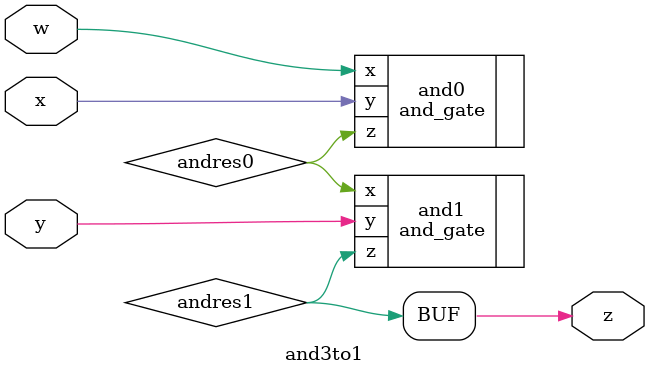
<source format=v>
module and3to1 (w,x,y,z);
    input w;
    input x;
    input y;
    output z;

    wire andres0;
    wire andres1;

    and_gate and0 (.x(w), .y(x), .z(andres0));
    and_gate and1 (.x(andres0), .y(y), .z(andres1));

    assign z = andres1;
endmodule
</source>
